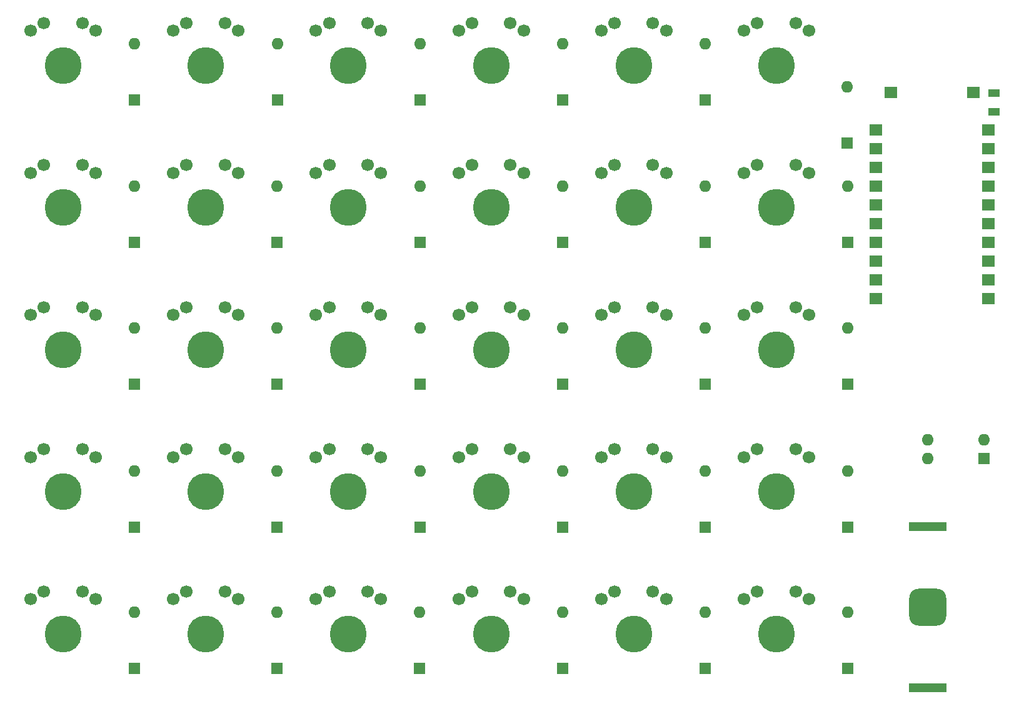
<source format=gbr>
%TF.GenerationSoftware,KiCad,Pcbnew,(6.0.8)*%
%TF.CreationDate,2023-02-14T18:00:54+07:00*%
%TF.ProjectId,dongle_256o,646f6e67-6c65-45f3-9235-366f2e6b6963,rev?*%
%TF.SameCoordinates,Original*%
%TF.FileFunction,Soldermask,Top*%
%TF.FilePolarity,Negative*%
%FSLAX46Y46*%
G04 Gerber Fmt 4.6, Leading zero omitted, Abs format (unit mm)*
G04 Created by KiCad (PCBNEW (6.0.8)) date 2023-02-14 18:00:54*
%MOMM*%
%LPD*%
G01*
G04 APERTURE LIST*
G04 Aperture macros list*
%AMRoundRect*
0 Rectangle with rounded corners*
0 $1 Rounding radius*
0 $2 $3 $4 $5 $6 $7 $8 $9 X,Y pos of 4 corners*
0 Add a 4 corners polygon primitive as box body*
4,1,4,$2,$3,$4,$5,$6,$7,$8,$9,$2,$3,0*
0 Add four circle primitives for the rounded corners*
1,1,$1+$1,$2,$3*
1,1,$1+$1,$4,$5*
1,1,$1+$1,$6,$7*
1,1,$1+$1,$8,$9*
0 Add four rect primitives between the rounded corners*
20,1,$1+$1,$2,$3,$4,$5,0*
20,1,$1+$1,$4,$5,$6,$7,0*
20,1,$1+$1,$6,$7,$8,$9,0*
20,1,$1+$1,$8,$9,$2,$3,0*%
G04 Aperture macros list end*
%ADD10R,1.800000X1.524000*%
%ADD11R,1.600000X1.600000*%
%ADD12O,1.600000X1.600000*%
%ADD13C,5.000000*%
%ADD14C,1.700000*%
%ADD15R,5.100000X1.200000*%
%ADD16RoundRect,1.250000X1.250000X-1.250000X1.250000X1.250000X-1.250000X1.250000X-1.250000X-1.250000X0*%
%ADD17R,1.524000X1.000000*%
G04 APERTURE END LIST*
D10*
%TO.C,U1*%
X164070000Y-72645000D03*
X148830000Y-77725000D03*
X148830000Y-80265000D03*
X148830000Y-59945000D03*
X148830000Y-62485000D03*
X148830000Y-65025000D03*
X148830000Y-67565000D03*
X148830000Y-70105000D03*
X148830000Y-72645000D03*
X164070000Y-70105000D03*
X164070000Y-67565000D03*
X148830000Y-75185000D03*
X164070000Y-80265000D03*
X164070000Y-77725000D03*
X164070000Y-75185000D03*
X148830000Y-82805000D03*
X164070000Y-82805000D03*
X164070000Y-65025000D03*
X164070000Y-62485000D03*
X162010000Y-54865000D03*
X150890000Y-54865000D03*
X164070000Y-59945000D03*
%TD*%
D11*
%TO.C,D17*%
X125718000Y-94372500D03*
D12*
X125718000Y-86752500D03*
%TD*%
D13*
%TO.C,SW28*%
X96730000Y-128220250D03*
D14*
X94130000Y-122470250D03*
X99330000Y-122470250D03*
X101130000Y-123520250D03*
X92330000Y-123520250D03*
%TD*%
D11*
%TO.C,D30*%
X145000000Y-132867500D03*
D12*
X145000000Y-125247500D03*
%TD*%
D11*
%TO.C,D12*%
X145038000Y-75125000D03*
D12*
X145038000Y-67505000D03*
%TD*%
D11*
%TO.C,D21*%
X87078000Y-113750000D03*
D12*
X87078000Y-106130000D03*
%TD*%
D11*
%TO.C,D22*%
X106398000Y-113750000D03*
D12*
X106398000Y-106130000D03*
%TD*%
D13*
%TO.C,SW8*%
X58090000Y-70423000D03*
D14*
X55490000Y-64673000D03*
X60690000Y-64673000D03*
X53690000Y-65723000D03*
X62490000Y-65723000D03*
%TD*%
D13*
%TO.C,SW24*%
X135370000Y-108954500D03*
D14*
X137970000Y-103204500D03*
X132770000Y-103204500D03*
X130970000Y-104254500D03*
X139770000Y-104254500D03*
%TD*%
D11*
%TO.C,D5*%
X125722000Y-55877500D03*
D12*
X125722000Y-48257500D03*
%TD*%
D13*
%TO.C,SW27*%
X77410000Y-128220250D03*
D14*
X74810000Y-122470250D03*
X80010000Y-122470250D03*
X73010000Y-123520250D03*
X81810000Y-123520250D03*
%TD*%
D11*
%TO.C,D27*%
X87054000Y-132867500D03*
D12*
X87054000Y-125247500D03*
%TD*%
D13*
%TO.C,SW29*%
X116050000Y-128220250D03*
D14*
X113450000Y-122470250D03*
X118650000Y-122470250D03*
X120450000Y-123520250D03*
X111650000Y-123520250D03*
%TD*%
D15*
%TO.C,BT1*%
X155900000Y-113700000D03*
X155900000Y-135500000D03*
D16*
X155900000Y-124600000D03*
%TD*%
D11*
%TO.C,D20*%
X67758000Y-113750000D03*
D12*
X67758000Y-106130000D03*
%TD*%
D13*
%TO.C,SW10*%
X96730000Y-70423000D03*
D14*
X99330000Y-64673000D03*
X94130000Y-64673000D03*
X101130000Y-65723000D03*
X92330000Y-65723000D03*
%TD*%
D11*
%TO.C,D4*%
X106406000Y-55877500D03*
D12*
X106406000Y-48257500D03*
%TD*%
D13*
%TO.C,SW3*%
X77410000Y-51157250D03*
D14*
X74810000Y-45407250D03*
X80010000Y-45407250D03*
X73010000Y-46457250D03*
X81810000Y-46457250D03*
%TD*%
D11*
%TO.C,D29*%
X125710000Y-132867500D03*
D12*
X125710000Y-125247500D03*
%TD*%
D11*
%TO.C,D16*%
X106398000Y-94372500D03*
D12*
X106398000Y-86752500D03*
%TD*%
D13*
%TO.C,SW11*%
X116050000Y-70423000D03*
D14*
X113450000Y-64673000D03*
X118650000Y-64673000D03*
X120450000Y-65723000D03*
X111650000Y-65723000D03*
%TD*%
D17*
%TO.C,J2*%
X164850000Y-54900000D03*
X164850000Y-57440000D03*
%TD*%
D11*
%TO.C,D18*%
X145038000Y-94372500D03*
D12*
X145038000Y-86752500D03*
%TD*%
D11*
%TO.C,D26*%
X67726000Y-132867500D03*
D12*
X67726000Y-125247500D03*
%TD*%
D13*
%TO.C,SW4*%
X96730000Y-51157250D03*
D14*
X99330000Y-45407250D03*
X94130000Y-45407250D03*
X101130000Y-46457250D03*
X92330000Y-46457250D03*
%TD*%
D11*
%TO.C,D3*%
X87090000Y-55877500D03*
D12*
X87090000Y-48257500D03*
%TD*%
D13*
%TO.C,SW17*%
X116050000Y-89688750D03*
D14*
X118650000Y-83938750D03*
X113450000Y-83938750D03*
X111650000Y-84988750D03*
X120450000Y-84988750D03*
%TD*%
D13*
%TO.C,SW19*%
X38770000Y-108954500D03*
D14*
X41370000Y-103204500D03*
X36170000Y-103204500D03*
X34370000Y-104254500D03*
X43170000Y-104254500D03*
%TD*%
D13*
%TO.C,SW26*%
X58090000Y-128220250D03*
D14*
X60690000Y-122470250D03*
X55490000Y-122470250D03*
X53690000Y-123520250D03*
X62490000Y-123520250D03*
%TD*%
D13*
%TO.C,SW1*%
X38770000Y-51157250D03*
D14*
X36170000Y-45407250D03*
X41370000Y-45407250D03*
X43170000Y-46457250D03*
X34370000Y-46457250D03*
%TD*%
D11*
%TO.C,D7*%
X48438000Y-75125000D03*
D12*
X48438000Y-67505000D03*
%TD*%
D11*
%TO.C,D11*%
X125718000Y-75125000D03*
D12*
X125718000Y-67505000D03*
%TD*%
D13*
%TO.C,SW2*%
X58090000Y-51157250D03*
D14*
X60690000Y-45407250D03*
X55490000Y-45407250D03*
X53690000Y-46457250D03*
X62490000Y-46457250D03*
%TD*%
D11*
%TO.C,D14*%
X67758000Y-94372500D03*
D12*
X67758000Y-86752500D03*
%TD*%
D13*
%TO.C,SW12*%
X135370000Y-70423000D03*
D14*
X132770000Y-64673000D03*
X137970000Y-64673000D03*
X130970000Y-65723000D03*
X139770000Y-65723000D03*
%TD*%
D13*
%TO.C,SW23*%
X116050000Y-108954500D03*
D14*
X113450000Y-103204500D03*
X118650000Y-103204500D03*
X111650000Y-104254500D03*
X120450000Y-104254500D03*
%TD*%
D13*
%TO.C,SW5*%
X116050000Y-51157250D03*
D14*
X113450000Y-45407250D03*
X118650000Y-45407250D03*
X120450000Y-46457250D03*
X111650000Y-46457250D03*
%TD*%
D13*
%TO.C,SW6*%
X135370000Y-51157250D03*
D14*
X132770000Y-45407250D03*
X137970000Y-45407250D03*
X130970000Y-46457250D03*
X139770000Y-46457250D03*
%TD*%
D11*
%TO.C,D25*%
X48398000Y-132867500D03*
D12*
X48398000Y-125247500D03*
%TD*%
D13*
%TO.C,SW14*%
X58090000Y-89688750D03*
D14*
X60690000Y-83938750D03*
X55490000Y-83938750D03*
X62490000Y-84988750D03*
X53690000Y-84988750D03*
%TD*%
D13*
%TO.C,SW20*%
X58090000Y-108954500D03*
D14*
X60690000Y-103204500D03*
X55490000Y-103204500D03*
X62490000Y-104254500D03*
X53690000Y-104254500D03*
%TD*%
D11*
%TO.C,D9*%
X87078000Y-75125000D03*
D12*
X87078000Y-67505000D03*
%TD*%
D11*
%TO.C,D19*%
X48438000Y-113750000D03*
D12*
X48438000Y-106130000D03*
%TD*%
D11*
%TO.C,D15*%
X87078000Y-94372500D03*
D12*
X87078000Y-86752500D03*
%TD*%
D11*
%TO.C,D2*%
X67774000Y-55877500D03*
D12*
X67774000Y-48257500D03*
%TD*%
D11*
%TO.C,D13*%
X48438000Y-94372500D03*
D12*
X48438000Y-86752500D03*
%TD*%
D13*
%TO.C,SW15*%
X77410000Y-89688750D03*
D14*
X74810000Y-83938750D03*
X80010000Y-83938750D03*
X73010000Y-84988750D03*
X81810000Y-84988750D03*
%TD*%
D13*
%TO.C,SW30*%
X135370000Y-128220250D03*
D14*
X132770000Y-122470250D03*
X137970000Y-122470250D03*
X130970000Y-123520250D03*
X139770000Y-123520250D03*
%TD*%
D13*
%TO.C,SW18*%
X135370000Y-89688750D03*
D14*
X132770000Y-83938750D03*
X137970000Y-83938750D03*
X139770000Y-84988750D03*
X130970000Y-84988750D03*
%TD*%
D11*
%TO.C,SW31*%
X163500000Y-104475000D03*
D12*
X163500000Y-101935000D03*
X155880000Y-101935000D03*
X155880000Y-104475000D03*
%TD*%
D11*
%TO.C,D6*%
X144900000Y-61710000D03*
D12*
X144900000Y-54090000D03*
%TD*%
D13*
%TO.C,SW9*%
X77410000Y-70423000D03*
D14*
X80010000Y-64673000D03*
X74810000Y-64673000D03*
X81810000Y-65723000D03*
X73010000Y-65723000D03*
%TD*%
D13*
%TO.C,SW21*%
X77410000Y-108954500D03*
D14*
X80010000Y-103204500D03*
X74810000Y-103204500D03*
X73010000Y-104254500D03*
X81810000Y-104254500D03*
%TD*%
D13*
%TO.C,SW16*%
X96730000Y-89688750D03*
D14*
X94130000Y-83938750D03*
X99330000Y-83938750D03*
X101130000Y-84988750D03*
X92330000Y-84988750D03*
%TD*%
D11*
%TO.C,D28*%
X106382000Y-132867500D03*
D12*
X106382000Y-125247500D03*
%TD*%
D13*
%TO.C,SW13*%
X38770000Y-89688750D03*
D14*
X41370000Y-83938750D03*
X36170000Y-83938750D03*
X43170000Y-84988750D03*
X34370000Y-84988750D03*
%TD*%
D11*
%TO.C,D8*%
X67758000Y-75125000D03*
D12*
X67758000Y-67505000D03*
%TD*%
D13*
%TO.C,SW7*%
X38770000Y-70423000D03*
D14*
X41370000Y-64673000D03*
X36170000Y-64673000D03*
X34370000Y-65723000D03*
X43170000Y-65723000D03*
%TD*%
D11*
%TO.C,D23*%
X125718000Y-113750000D03*
D12*
X125718000Y-106130000D03*
%TD*%
D11*
%TO.C,D24*%
X145000000Y-113750000D03*
D12*
X145000000Y-106130000D03*
%TD*%
D13*
%TO.C,SW22*%
X96730000Y-108954500D03*
D14*
X99330000Y-103204500D03*
X94130000Y-103204500D03*
X92330000Y-104254500D03*
X101130000Y-104254500D03*
%TD*%
D13*
%TO.C,SW25*%
X38770000Y-128220250D03*
D14*
X41370000Y-122470250D03*
X36170000Y-122470250D03*
X43170000Y-123520250D03*
X34370000Y-123520250D03*
%TD*%
D11*
%TO.C,D1*%
X48458000Y-55877500D03*
D12*
X48458000Y-48257500D03*
%TD*%
D11*
%TO.C,D10*%
X106398000Y-75125000D03*
D12*
X106398000Y-67505000D03*
%TD*%
M02*

</source>
